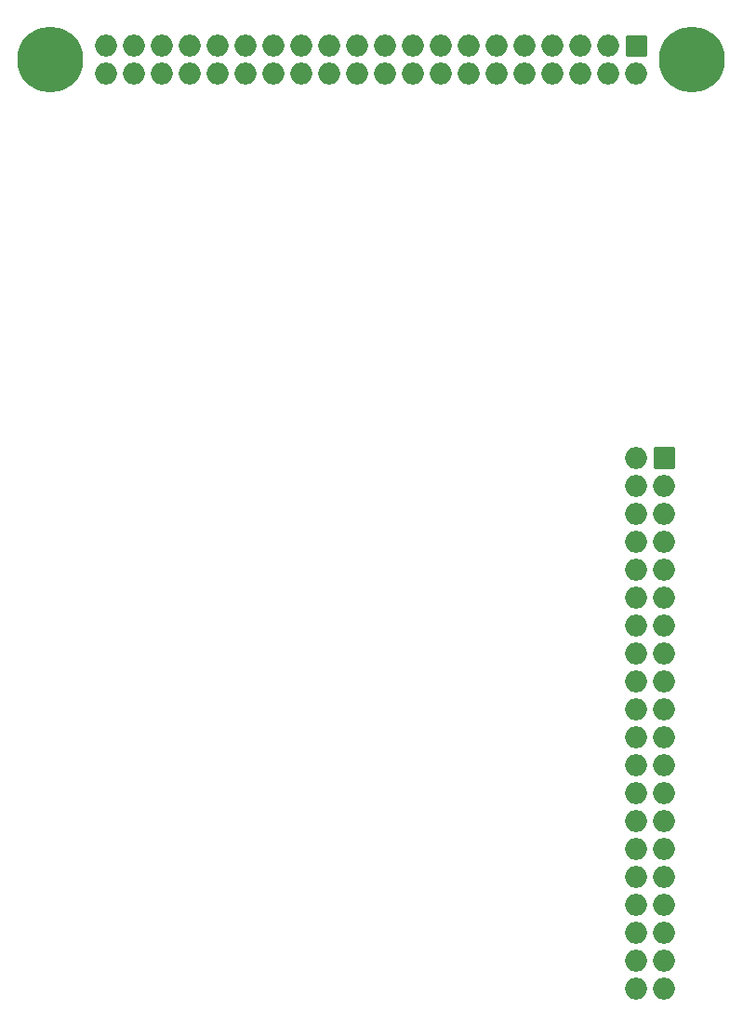
<source format=gbr>
%TF.GenerationSoftware,KiCad,Pcbnew,(5.1.9)-1*%
%TF.CreationDate,2021-04-11T16:40:00+01:00*%
%TF.ProjectId,RGBtoHDMI-Adapter Type C Rev 2,52474274-6f48-4444-9d49-2d4164617074,2*%
%TF.SameCoordinates,Original*%
%TF.FileFunction,Soldermask,Bot*%
%TF.FilePolarity,Negative*%
%FSLAX46Y46*%
G04 Gerber Fmt 4.6, Leading zero omitted, Abs format (unit mm)*
G04 Created by KiCad (PCBNEW (5.1.9)-1) date 2021-04-11 16:40:00*
%MOMM*%
%LPD*%
G01*
G04 APERTURE LIST*
%ADD10O,2.000000X2.000000*%
%ADD11C,6.000000*%
G04 APERTURE END LIST*
D10*
%TO.C,J2*%
X84455000Y-73025000D03*
X84455000Y-70485000D03*
X86995000Y-73025000D03*
X86995000Y-70485000D03*
X89535000Y-73025000D03*
X89535000Y-70485000D03*
X92075000Y-73025000D03*
X92075000Y-70485000D03*
X94615000Y-73025000D03*
X94615000Y-70485000D03*
X97155000Y-73025000D03*
X97155000Y-70485000D03*
X99695000Y-73025000D03*
X99695000Y-70485000D03*
X102235000Y-73025000D03*
X102235000Y-70485000D03*
X104775000Y-73025000D03*
X104775000Y-70485000D03*
X107315000Y-73025000D03*
X107315000Y-70485000D03*
X109855000Y-73025000D03*
X109855000Y-70485000D03*
X112395000Y-73025000D03*
X112395000Y-70485000D03*
X114935000Y-73025000D03*
X114935000Y-70485000D03*
X117475000Y-73025000D03*
X117475000Y-70485000D03*
X120015000Y-73025000D03*
X120015000Y-70485000D03*
X122555000Y-73025000D03*
X122555000Y-70485000D03*
X125095000Y-73025000D03*
X125095000Y-70485000D03*
X127635000Y-73025000D03*
X127635000Y-70485000D03*
X130175000Y-73025000D03*
X130175000Y-70485000D03*
X132715000Y-73025000D03*
G36*
G01*
X133565000Y-71485000D02*
X131865000Y-71485000D01*
G75*
G02*
X131715000Y-71335000I0J150000D01*
G01*
X131715000Y-69635000D01*
G75*
G02*
X131865000Y-69485000I150000J0D01*
G01*
X133565000Y-69485000D01*
G75*
G02*
X133715000Y-69635000I0J-150000D01*
G01*
X133715000Y-71335000D01*
G75*
G02*
X133565000Y-71485000I-150000J0D01*
G01*
G37*
%TD*%
D11*
%TO.C,H2*%
X137795000Y-71755000D03*
%TD*%
%TO.C,H1*%
X79375000Y-71755000D03*
%TD*%
D10*
%TO.C,J1*%
X132715000Y-156210000D03*
X135255000Y-156210000D03*
X132715000Y-153670000D03*
X135255000Y-153670000D03*
X132715000Y-151130000D03*
X135255000Y-151130000D03*
X132715000Y-148590000D03*
X135255000Y-148590000D03*
X132715000Y-146050000D03*
X135255000Y-146050000D03*
X132715000Y-143510000D03*
X135255000Y-143510000D03*
X132715000Y-140970000D03*
X135255000Y-140970000D03*
X132715000Y-138430000D03*
X135255000Y-138430000D03*
X132715000Y-135890000D03*
X135255000Y-135890000D03*
X132715000Y-133350000D03*
X135255000Y-133350000D03*
X132715000Y-130810000D03*
X135255000Y-130810000D03*
X132715000Y-128270000D03*
X135255000Y-128270000D03*
X132715000Y-125730000D03*
X135255000Y-125730000D03*
X132715000Y-123190000D03*
X135255000Y-123190000D03*
X132715000Y-120650000D03*
X135255000Y-120650000D03*
X132715000Y-118110000D03*
X135255000Y-118110000D03*
X132715000Y-115570000D03*
X135255000Y-115570000D03*
X132715000Y-113030000D03*
X135255000Y-113030000D03*
X132715000Y-110490000D03*
X135255000Y-110490000D03*
X132715000Y-107950000D03*
G36*
G01*
X136255000Y-107100000D02*
X136255000Y-108800000D01*
G75*
G02*
X136105000Y-108950000I-150000J0D01*
G01*
X134405000Y-108950000D01*
G75*
G02*
X134255000Y-108800000I0J150000D01*
G01*
X134255000Y-107100000D01*
G75*
G02*
X134405000Y-106950000I150000J0D01*
G01*
X136105000Y-106950000D01*
G75*
G02*
X136255000Y-107100000I0J-150000D01*
G01*
G37*
%TD*%
M02*

</source>
